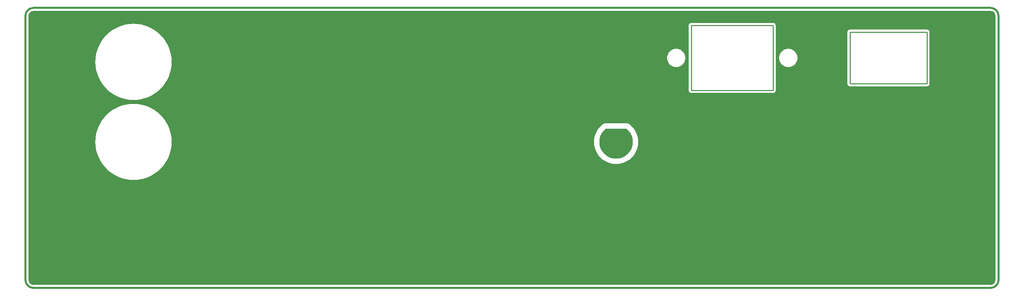
<source format=gtl>
G04*
G04 #@! TF.GenerationSoftware,Altium Limited,Altium Designer,22.6.1 (34)*
G04*
G04 Layer_Physical_Order=1*
G04 Layer_Color=255*
%FSLAX43Y43*%
%MOMM*%
G71*
G04*
G04 #@! TF.SameCoordinates,C52DC31D-5F11-4B46-91AB-9CC05509C3B8*
G04*
G04*
G04 #@! TF.FilePolarity,Positive*
G04*
G01*
G75*
%ADD11C,0.500*%
%ADD12C,0.250*%
G36*
X326321Y159210D02*
X326620Y159086D01*
X326877Y158889D01*
X327074Y158632D01*
X327198Y158333D01*
X327224Y158135D01*
X327235Y158012D01*
X327235Y158012D01*
X327235Y157885D01*
X327235Y92043D01*
X327229Y91993D01*
X327229D01*
X327233Y91989D01*
X327191Y91673D01*
X327067Y91374D01*
X326870Y91117D01*
X326613Y90920D01*
X326314Y90796D01*
X326038Y90759D01*
X326000Y90765D01*
X87000Y90765D01*
X86990Y90763D01*
X86694Y90802D01*
X86395Y90926D01*
X86138Y91123D01*
X85941Y91380D01*
X85817Y91679D01*
X85791Y91878D01*
X85779Y92000D01*
X85779Y92000D01*
X85767Y92104D01*
X85765Y92217D01*
Y92250D01*
X85765Y157874D01*
X85765Y157876D01*
X85765Y158000D01*
X85776Y158122D01*
X85802Y158321D01*
X85926Y158620D01*
X86123Y158877D01*
X86380Y159074D01*
X86679Y159198D01*
X86983Y159238D01*
X87000Y159235D01*
X326000Y159235D01*
X326064Y159244D01*
X326321Y159210D01*
D02*
G37*
%LPC*%
G36*
X275722Y149758D02*
X275278D01*
X274841Y149671D01*
X274430Y149501D01*
X274061Y149254D01*
X273746Y148939D01*
X273499Y148570D01*
X273329Y148159D01*
X273242Y147722D01*
Y147278D01*
X273329Y146841D01*
X273499Y146430D01*
X273746Y146061D01*
X274061Y145746D01*
X274430Y145499D01*
X274841Y145329D01*
X275278Y145242D01*
X275722D01*
X276159Y145329D01*
X276570Y145499D01*
X276939Y145746D01*
X277254Y146061D01*
X277501Y146430D01*
X277671Y146841D01*
X277758Y147278D01*
Y147722D01*
X277671Y148159D01*
X277501Y148570D01*
X277254Y148939D01*
X276939Y149254D01*
X276570Y149501D01*
X276159Y149671D01*
X275722Y149758D01*
D02*
G37*
G36*
X247722D02*
X247278D01*
X246841Y149671D01*
X246430Y149501D01*
X246061Y149254D01*
X245746Y148939D01*
X245499Y148570D01*
X245329Y148159D01*
X245242Y147722D01*
Y147278D01*
X245329Y146841D01*
X245499Y146430D01*
X245746Y146061D01*
X246061Y145746D01*
X246430Y145499D01*
X246841Y145329D01*
X247278Y145242D01*
X247722D01*
X248159Y145329D01*
X248570Y145499D01*
X248939Y145746D01*
X249254Y146061D01*
X249501Y146430D01*
X249671Y146841D01*
X249758Y147278D01*
Y147722D01*
X249671Y148159D01*
X249501Y148570D01*
X249254Y148939D01*
X248939Y149254D01*
X248570Y149501D01*
X248159Y149671D01*
X247722Y149758D01*
D02*
G37*
G36*
X310100Y154595D02*
X290900Y154595D01*
X290653Y154546D01*
X290521Y154458D01*
X290392D01*
Y154329D01*
X290304Y154197D01*
X290255Y153950D01*
X290255Y141050D01*
X290304Y140803D01*
X290392Y140671D01*
Y140542D01*
X290521D01*
X290653Y140454D01*
X290900Y140405D01*
X310100Y140405D01*
X310347Y140454D01*
X310479Y140542D01*
X310608D01*
Y140671D01*
X310696Y140803D01*
X310745Y141050D01*
X310745Y153950D01*
X310696Y154197D01*
X310608Y154329D01*
Y154458D01*
X310479D01*
X310347Y154546D01*
X310100Y154595D01*
D02*
G37*
G36*
X271700Y156245D02*
X251300D01*
X251053Y156196D01*
X250921Y156108D01*
X250792D01*
Y155979D01*
X250704Y155847D01*
X250655Y155600D01*
Y139400D01*
X250704Y139153D01*
X250792Y139021D01*
Y138892D01*
X250921D01*
X251053Y138804D01*
X251300Y138755D01*
X271700D01*
X271947Y138804D01*
X272079Y138892D01*
X272208D01*
Y139021D01*
X272296Y139153D01*
X272345Y139400D01*
Y155600D01*
X272296Y155847D01*
X272208Y155979D01*
Y156108D01*
X272079D01*
X271947Y156196D01*
X271700Y156245D01*
D02*
G37*
G36*
X112000Y156019D02*
X111067Y155974D01*
X110143Y155837D01*
X109237Y155610D01*
X108357Y155295D01*
X107513Y154895D01*
X106711Y154415D01*
X105961Y153859D01*
X105269Y153231D01*
X104641Y152539D01*
X104085Y151789D01*
X103605Y150987D01*
X103205Y150143D01*
X102890Y149263D01*
X102663Y148357D01*
X102526Y147433D01*
X102481Y146500D01*
X102526Y145567D01*
X102663Y144643D01*
X102890Y143737D01*
X103205Y142857D01*
X103605Y142013D01*
X104085Y141211D01*
X104641Y140461D01*
X105269Y139769D01*
X105961Y139141D01*
X106711Y138585D01*
X107513Y138105D01*
X108357Y137705D01*
X109237Y137390D01*
X110143Y137163D01*
X111067Y137026D01*
X112000Y136981D01*
X112933Y137026D01*
X113857Y137163D01*
X114763Y137390D01*
X115643Y137705D01*
X116487Y138105D01*
X117289Y138585D01*
X118039Y139141D01*
X118731Y139769D01*
X119359Y140461D01*
X119915Y141211D01*
X120395Y142013D01*
X120795Y142857D01*
X121110Y143737D01*
X121337Y144643D01*
X121474Y145567D01*
X121519Y146500D01*
X121474Y147433D01*
X121337Y148357D01*
X121110Y149263D01*
X120795Y150143D01*
X120395Y150987D01*
X119915Y151789D01*
X119359Y152539D01*
X118731Y153231D01*
X118039Y153859D01*
X117289Y154415D01*
X116487Y154895D01*
X115643Y155295D01*
X114763Y155610D01*
X113857Y155837D01*
X112933Y155974D01*
X112000Y156019D01*
D02*
G37*
G36*
X235282Y131137D02*
X229718D01*
X229546Y131114D01*
X229447Y131073D01*
X229386Y131048D01*
X229340Y131013D01*
X229340Y131013D01*
X229140Y130879D01*
X228597Y130403D01*
X228121Y129860D01*
X227720Y129260D01*
X227400Y128612D01*
X227168Y127929D01*
X227027Y127220D01*
X226980Y126500D01*
X227027Y125780D01*
X227168Y125071D01*
X227400Y124388D01*
X227720Y123740D01*
X228121Y123140D01*
X228597Y122597D01*
X229140Y122121D01*
X229740Y121720D01*
X230388Y121400D01*
X231071Y121168D01*
X231780Y121027D01*
X232500Y120980D01*
X233220Y121027D01*
X233929Y121168D01*
X234612Y121400D01*
X235260Y121720D01*
X235860Y122121D01*
X236403Y122597D01*
X236879Y123140D01*
X237280Y123740D01*
X237600Y124388D01*
X237832Y125071D01*
X237973Y125780D01*
X238020Y126500D01*
X237973Y127220D01*
X237832Y127929D01*
X237600Y128612D01*
X237280Y129260D01*
X236879Y129860D01*
X236403Y130403D01*
X235860Y130879D01*
X235660Y131013D01*
Y131013D01*
X235614Y131048D01*
X235553Y131073D01*
X235454Y131114D01*
X235282Y131137D01*
D02*
G37*
G36*
X112000Y136019D02*
X111067Y135974D01*
X110143Y135837D01*
X109237Y135610D01*
X108357Y135295D01*
X107513Y134895D01*
X106711Y134415D01*
X105961Y133859D01*
X105269Y133231D01*
X104641Y132539D01*
X104085Y131789D01*
X103605Y130987D01*
X103205Y130143D01*
X102890Y129263D01*
X102663Y128357D01*
X102526Y127433D01*
X102481Y126500D01*
X102526Y125567D01*
X102663Y124643D01*
X102890Y123737D01*
X103205Y122857D01*
X103605Y122013D01*
X104085Y121211D01*
X104641Y120461D01*
X105269Y119769D01*
X105961Y119141D01*
X106711Y118585D01*
X107513Y118105D01*
X108357Y117705D01*
X109237Y117390D01*
X110143Y117163D01*
X111067Y117026D01*
X112000Y116981D01*
X112933Y117026D01*
X113857Y117163D01*
X114763Y117390D01*
X115643Y117705D01*
X116487Y118105D01*
X117289Y118585D01*
X118039Y119141D01*
X118731Y119769D01*
X119359Y120461D01*
X119915Y121211D01*
X120395Y122013D01*
X120795Y122857D01*
X121110Y123737D01*
X121337Y124643D01*
X121474Y125567D01*
X121519Y126500D01*
X121474Y127433D01*
X121337Y128357D01*
X121110Y129263D01*
X120795Y130143D01*
X120395Y130987D01*
X119915Y131789D01*
X119359Y132539D01*
X118731Y133231D01*
X118039Y133859D01*
X117289Y134415D01*
X116487Y134895D01*
X115643Y135295D01*
X114763Y135610D01*
X113857Y135837D01*
X112933Y135974D01*
X112000Y136019D01*
D02*
G37*
%LPD*%
G36*
X235462Y129462D02*
X235823Y129050D01*
X236127Y128594D01*
X236369Y128103D01*
X236546Y127584D01*
X236652Y127047D01*
X236688Y126500D01*
X236652Y125953D01*
X236546Y125416D01*
X236369Y124897D01*
X236127Y124406D01*
X235823Y123950D01*
X235462Y123538D01*
X235050Y123177D01*
X234594Y122873D01*
X234103Y122631D01*
X233584Y122454D01*
X233047Y122348D01*
X232500Y122312D01*
X231953Y122348D01*
X231416Y122454D01*
X230897Y122631D01*
X230406Y122873D01*
X229950Y123177D01*
X229538Y123538D01*
X229177Y123950D01*
X228873Y124406D01*
X228631Y124897D01*
X228454Y125416D01*
X228348Y125953D01*
X228312Y126500D01*
X228348Y127047D01*
X228454Y127584D01*
X228631Y128103D01*
X228873Y128594D01*
X229177Y129050D01*
X229538Y129462D01*
X229935Y129809D01*
X235065D01*
X235462Y129462D01*
D02*
G37*
D11*
X87000Y160000D02*
G03*
X85000Y158000I0J-2000D01*
G01*
X328000Y158012D02*
G03*
X326000Y160012I-2000J0D01*
G01*
X326000Y90000D02*
G03*
X328000Y92000I0J2000D01*
G01*
X85002Y92056D02*
G03*
X87072Y89987I2069J0D01*
G01*
X87000Y160000D02*
X326000D01*
X328000Y158012D02*
X328000Y92000D01*
X326000Y89987D02*
Y90000D01*
X87072Y89987D02*
X326000D01*
X85002Y92056D02*
X85002Y158000D01*
D12*
X290900Y153950D02*
X290900Y141050D01*
X310100Y141050D01*
X310100Y153950D02*
X310100Y141050D01*
X290900Y153950D02*
X310100Y153950D01*
X251300Y139400D02*
X271700D01*
X251300D02*
Y155600D01*
X271700D01*
Y139400D02*
Y155600D01*
M02*

</source>
